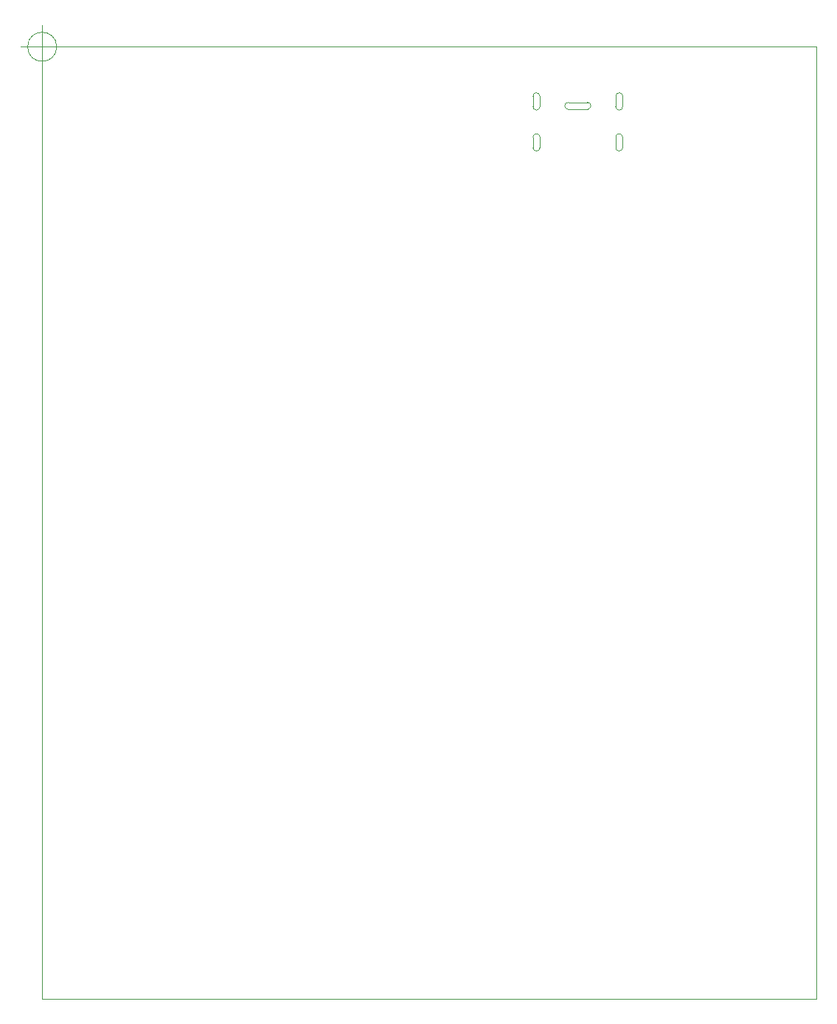
<source format=gbr>
G04 #@! TF.GenerationSoftware,KiCad,Pcbnew,(5.0.0)*
G04 #@! TF.CreationDate,2020-11-12T02:24:06-08:00*
G04 #@! TF.ProjectId,Valve_Driver_ArduinoNano,56616C76655F4472697665725F417264,rev?*
G04 #@! TF.SameCoordinates,Original*
G04 #@! TF.FileFunction,Profile,NP*
%FSLAX46Y46*%
G04 Gerber Fmt 4.6, Leading zero omitted, Abs format (unit mm)*
G04 Created by KiCad (PCBNEW (5.0.0)) date 11/12/20 02:24:06*
%MOMM*%
%LPD*%
G01*
G04 APERTURE LIST*
%ADD10C,0.100000*%
G04 #@! TA.AperFunction,NonConductor*
%ADD11C,0.001000*%
G04 #@! TD*
G04 APERTURE END LIST*
D10*
X29606666Y-38862000D02*
G75*
G03X29606666Y-38862000I-1666666J0D01*
G01*
X25440000Y-38862000D02*
X30440000Y-38862000D01*
X27940000Y-36362000D02*
X27940000Y-41362000D01*
X29606666Y-38862000D02*
G75*
G03X29606666Y-38862000I-1666666J0D01*
G01*
X25440000Y-38862000D02*
X30440000Y-38862000D01*
X27940000Y-36362000D02*
X27940000Y-41362000D01*
X29606666Y-38862000D02*
G75*
G03X29606666Y-38862000I-1666666J0D01*
G01*
X25440000Y-38862000D02*
X30440000Y-38862000D01*
X27940000Y-36362000D02*
X27940000Y-41362000D01*
X27940000Y-148082000D02*
X27940000Y-38862000D01*
X116840000Y-148082000D02*
X27940000Y-148082000D01*
X116840000Y-38880600D02*
X116840000Y-148082000D01*
X27940000Y-38862000D02*
X116840000Y-38862000D01*
D11*
G04 #@! TO.C,J1*
X93791000Y-50428000D02*
X93791000Y-49228000D01*
X94191000Y-50828000D02*
G75*
G02X93791000Y-50428000I0J400000D01*
G01*
X94591000Y-50428000D02*
G75*
G02X94191000Y-50828000I-400000J0D01*
G01*
X94591000Y-49228000D02*
X94591000Y-50428000D01*
X94191000Y-48828000D02*
G75*
G02X94591000Y-49228000I0J-400000D01*
G01*
X93791000Y-49228000D02*
G75*
G02X94191000Y-48828000I400000J0D01*
G01*
X84291000Y-50428000D02*
X84291000Y-49228000D01*
X84691000Y-50828000D02*
G75*
G02X84291000Y-50428000I0J400000D01*
G01*
X85091000Y-50428000D02*
G75*
G02X84691000Y-50828000I-400000J0D01*
G01*
X85091000Y-49228000D02*
X85091000Y-50428000D01*
X84691000Y-48828000D02*
G75*
G02X85091000Y-49228000I0J-400000D01*
G01*
X84291000Y-49228000D02*
G75*
G02X84691000Y-48828000I400000J0D01*
G01*
X93791000Y-45728000D02*
X93791000Y-44528000D01*
X94191000Y-46128000D02*
G75*
G02X93791000Y-45728000I0J400000D01*
G01*
X94591000Y-45728000D02*
G75*
G02X94191000Y-46128000I-400000J0D01*
G01*
X94591000Y-44528000D02*
X94591000Y-45728000D01*
X94191000Y-44128000D02*
G75*
G02X94591000Y-44528000I0J-400000D01*
G01*
X93791000Y-44528000D02*
G75*
G02X94191000Y-44128000I400000J0D01*
G01*
X90541000Y-46028000D02*
X88341000Y-46028000D01*
X90941000Y-45628000D02*
G75*
G02X90541000Y-46028000I-400000J0D01*
G01*
X90541000Y-45228000D02*
G75*
G02X90941000Y-45628000I0J-400000D01*
G01*
X88341000Y-45228000D02*
X90541000Y-45228000D01*
X87941000Y-45628000D02*
G75*
G02X88341000Y-45228000I400000J0D01*
G01*
X88341000Y-46028000D02*
G75*
G02X87941000Y-45628000I0J400000D01*
G01*
X84291000Y-45728000D02*
X84291000Y-44528000D01*
X84691000Y-46128000D02*
G75*
G02X84291000Y-45728000I0J400000D01*
G01*
X85091000Y-45728000D02*
G75*
G02X84691000Y-46128000I-400000J0D01*
G01*
X85091000Y-44528000D02*
X85091000Y-45728000D01*
X84691000Y-44128000D02*
G75*
G02X85091000Y-44528000I0J-400000D01*
G01*
X84291000Y-44528000D02*
G75*
G02X84691000Y-44128000I400000J0D01*
G01*
G04 #@! TD*
M02*

</source>
